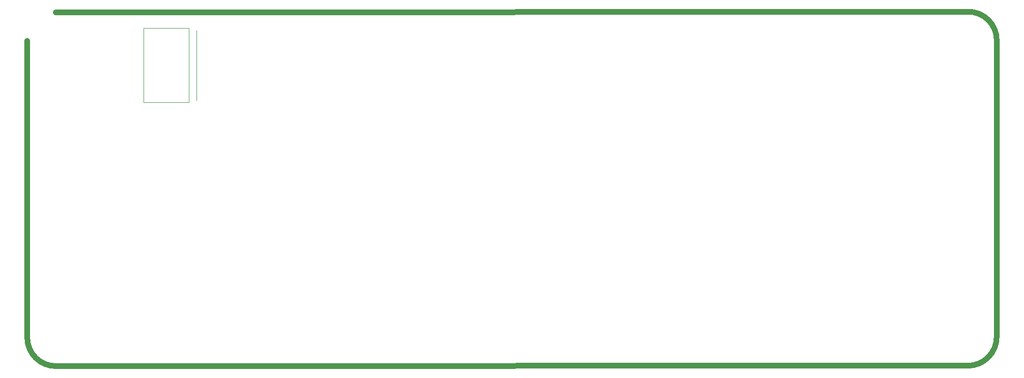
<source format=gm1>
G04*
G04 #@! TF.GenerationSoftware,Altium Limited,Altium Designer,22.8.2 (66)*
G04*
G04 Layer_Color=16711935*
%FSLAX44Y44*%
%MOMM*%
G71*
G04*
G04 #@! TF.SameCoordinates,3B6084FD-5DD7-4A75-9D95-E8563ACB50C0*
G04*
G04*
G04 #@! TF.FilePolarity,Positive*
G04*
G01*
G75*
%ADD18C,1.0000*%
%ADD19C,0.0254*%
%ADD20C,0.0500*%
D18*
X-899Y50800D02*
G03*
X50253Y119I50683J0D01*
G01*
X1668595Y738D02*
G03*
X1720070Y52692I0J51477D01*
G01*
X1720140Y579741D02*
G03*
X1668988Y630422I-50683J0D01*
G01*
X50253Y-4D02*
X1668595Y738D01*
X1720070Y52692D02*
X1720088Y579741D01*
X49673Y629466D02*
X1668988Y630420D01*
X-1016Y50800D02*
X-1008Y578314D01*
X-899Y50800D02*
G03*
X50253Y119I50683J0D01*
G01*
X1668595Y738D02*
G03*
X1720070Y52692I0J51477D01*
G01*
X1720140Y579741D02*
G03*
X1668988Y630422I-50683J0D01*
G01*
X50253Y-4D02*
X1668595Y738D01*
X1720070Y52692D02*
X1720088Y579741D01*
X49673Y629466D02*
X1668988Y630420D01*
X-1016Y50800D02*
X-1008Y578314D01*
D19*
X299227Y472948D02*
Y597154D01*
Y472948D02*
Y597154D01*
D20*
X205930Y468926D02*
X285825D01*
X205930D02*
Y600964D01*
X285825D01*
Y468926D02*
Y600964D01*
X205930Y468926D02*
X285825D01*
X205930D02*
Y600964D01*
X285825D01*
Y468926D02*
Y600964D01*
M02*

</source>
